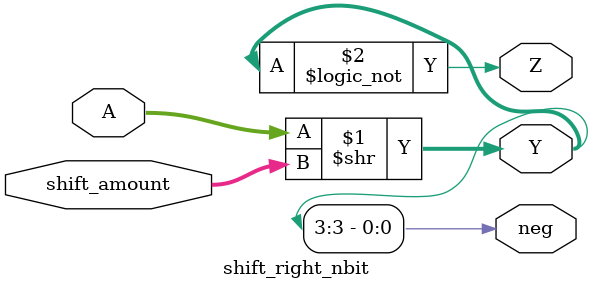
<source format=sv>
module shift_right_nbit #(parameter N = 4) (
    input logic [N-1:0] A,
    input logic [$clog2(N):0] shift_amount,
    output logic [N-1:0] Y,
    output logic Z, neg
);
    assign Y = A >> shift_amount;
    assign Z = (Y == 0);
    assign neg = Y[N-1];
endmodule

</source>
